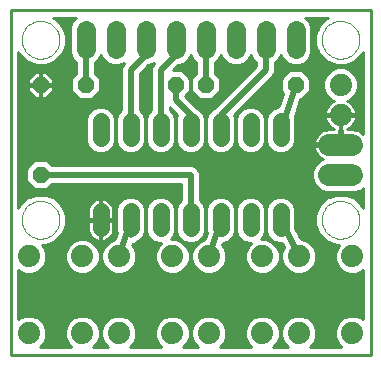
<source format=gtl>
G75*
G70*
%OFA0B0*%
%FSLAX24Y24*%
%IPPOS*%
%LPD*%
%AMOC8*
5,1,8,0,0,1.08239X$1,22.5*
%
%ADD10C,0.0000*%
%ADD11C,0.0100*%
%ADD12C,0.0560*%
%ADD13C,0.0640*%
%ADD14C,0.0740*%
%ADD15OC8,0.0560*%
%ADD16C,0.0740*%
%ADD17C,0.0200*%
D10*
X001146Y004651D02*
X001148Y004701D01*
X001154Y004751D01*
X001164Y004800D01*
X001178Y004848D01*
X001195Y004895D01*
X001216Y004940D01*
X001241Y004984D01*
X001269Y005025D01*
X001301Y005064D01*
X001335Y005101D01*
X001372Y005135D01*
X001412Y005165D01*
X001454Y005192D01*
X001498Y005216D01*
X001544Y005237D01*
X001591Y005253D01*
X001639Y005266D01*
X001689Y005275D01*
X001738Y005280D01*
X001789Y005281D01*
X001839Y005278D01*
X001888Y005271D01*
X001937Y005260D01*
X001985Y005245D01*
X002031Y005227D01*
X002076Y005205D01*
X002119Y005179D01*
X002160Y005150D01*
X002199Y005118D01*
X002235Y005083D01*
X002267Y005045D01*
X002297Y005005D01*
X002324Y004962D01*
X002347Y004918D01*
X002366Y004872D01*
X002382Y004824D01*
X002394Y004775D01*
X002402Y004726D01*
X002406Y004676D01*
X002406Y004626D01*
X002402Y004576D01*
X002394Y004527D01*
X002382Y004478D01*
X002366Y004430D01*
X002347Y004384D01*
X002324Y004340D01*
X002297Y004297D01*
X002267Y004257D01*
X002235Y004219D01*
X002199Y004184D01*
X002160Y004152D01*
X002119Y004123D01*
X002076Y004097D01*
X002031Y004075D01*
X001985Y004057D01*
X001937Y004042D01*
X001888Y004031D01*
X001839Y004024D01*
X001789Y004021D01*
X001738Y004022D01*
X001689Y004027D01*
X001639Y004036D01*
X001591Y004049D01*
X001544Y004065D01*
X001498Y004086D01*
X001454Y004110D01*
X001412Y004137D01*
X001372Y004167D01*
X001335Y004201D01*
X001301Y004238D01*
X001269Y004277D01*
X001241Y004318D01*
X001216Y004362D01*
X001195Y004407D01*
X001178Y004454D01*
X001164Y004502D01*
X001154Y004551D01*
X001148Y004601D01*
X001146Y004651D01*
X001146Y010651D02*
X001148Y010701D01*
X001154Y010751D01*
X001164Y010800D01*
X001178Y010848D01*
X001195Y010895D01*
X001216Y010940D01*
X001241Y010984D01*
X001269Y011025D01*
X001301Y011064D01*
X001335Y011101D01*
X001372Y011135D01*
X001412Y011165D01*
X001454Y011192D01*
X001498Y011216D01*
X001544Y011237D01*
X001591Y011253D01*
X001639Y011266D01*
X001689Y011275D01*
X001738Y011280D01*
X001789Y011281D01*
X001839Y011278D01*
X001888Y011271D01*
X001937Y011260D01*
X001985Y011245D01*
X002031Y011227D01*
X002076Y011205D01*
X002119Y011179D01*
X002160Y011150D01*
X002199Y011118D01*
X002235Y011083D01*
X002267Y011045D01*
X002297Y011005D01*
X002324Y010962D01*
X002347Y010918D01*
X002366Y010872D01*
X002382Y010824D01*
X002394Y010775D01*
X002402Y010726D01*
X002406Y010676D01*
X002406Y010626D01*
X002402Y010576D01*
X002394Y010527D01*
X002382Y010478D01*
X002366Y010430D01*
X002347Y010384D01*
X002324Y010340D01*
X002297Y010297D01*
X002267Y010257D01*
X002235Y010219D01*
X002199Y010184D01*
X002160Y010152D01*
X002119Y010123D01*
X002076Y010097D01*
X002031Y010075D01*
X001985Y010057D01*
X001937Y010042D01*
X001888Y010031D01*
X001839Y010024D01*
X001789Y010021D01*
X001738Y010022D01*
X001689Y010027D01*
X001639Y010036D01*
X001591Y010049D01*
X001544Y010065D01*
X001498Y010086D01*
X001454Y010110D01*
X001412Y010137D01*
X001372Y010167D01*
X001335Y010201D01*
X001301Y010238D01*
X001269Y010277D01*
X001241Y010318D01*
X001216Y010362D01*
X001195Y010407D01*
X001178Y010454D01*
X001164Y010502D01*
X001154Y010551D01*
X001148Y010601D01*
X001146Y010651D01*
X011146Y010651D02*
X011148Y010701D01*
X011154Y010751D01*
X011164Y010800D01*
X011178Y010848D01*
X011195Y010895D01*
X011216Y010940D01*
X011241Y010984D01*
X011269Y011025D01*
X011301Y011064D01*
X011335Y011101D01*
X011372Y011135D01*
X011412Y011165D01*
X011454Y011192D01*
X011498Y011216D01*
X011544Y011237D01*
X011591Y011253D01*
X011639Y011266D01*
X011689Y011275D01*
X011738Y011280D01*
X011789Y011281D01*
X011839Y011278D01*
X011888Y011271D01*
X011937Y011260D01*
X011985Y011245D01*
X012031Y011227D01*
X012076Y011205D01*
X012119Y011179D01*
X012160Y011150D01*
X012199Y011118D01*
X012235Y011083D01*
X012267Y011045D01*
X012297Y011005D01*
X012324Y010962D01*
X012347Y010918D01*
X012366Y010872D01*
X012382Y010824D01*
X012394Y010775D01*
X012402Y010726D01*
X012406Y010676D01*
X012406Y010626D01*
X012402Y010576D01*
X012394Y010527D01*
X012382Y010478D01*
X012366Y010430D01*
X012347Y010384D01*
X012324Y010340D01*
X012297Y010297D01*
X012267Y010257D01*
X012235Y010219D01*
X012199Y010184D01*
X012160Y010152D01*
X012119Y010123D01*
X012076Y010097D01*
X012031Y010075D01*
X011985Y010057D01*
X011937Y010042D01*
X011888Y010031D01*
X011839Y010024D01*
X011789Y010021D01*
X011738Y010022D01*
X011689Y010027D01*
X011639Y010036D01*
X011591Y010049D01*
X011544Y010065D01*
X011498Y010086D01*
X011454Y010110D01*
X011412Y010137D01*
X011372Y010167D01*
X011335Y010201D01*
X011301Y010238D01*
X011269Y010277D01*
X011241Y010318D01*
X011216Y010362D01*
X011195Y010407D01*
X011178Y010454D01*
X011164Y010502D01*
X011154Y010551D01*
X011148Y010601D01*
X011146Y010651D01*
X011146Y004651D02*
X011148Y004701D01*
X011154Y004751D01*
X011164Y004800D01*
X011178Y004848D01*
X011195Y004895D01*
X011216Y004940D01*
X011241Y004984D01*
X011269Y005025D01*
X011301Y005064D01*
X011335Y005101D01*
X011372Y005135D01*
X011412Y005165D01*
X011454Y005192D01*
X011498Y005216D01*
X011544Y005237D01*
X011591Y005253D01*
X011639Y005266D01*
X011689Y005275D01*
X011738Y005280D01*
X011789Y005281D01*
X011839Y005278D01*
X011888Y005271D01*
X011937Y005260D01*
X011985Y005245D01*
X012031Y005227D01*
X012076Y005205D01*
X012119Y005179D01*
X012160Y005150D01*
X012199Y005118D01*
X012235Y005083D01*
X012267Y005045D01*
X012297Y005005D01*
X012324Y004962D01*
X012347Y004918D01*
X012366Y004872D01*
X012382Y004824D01*
X012394Y004775D01*
X012402Y004726D01*
X012406Y004676D01*
X012406Y004626D01*
X012402Y004576D01*
X012394Y004527D01*
X012382Y004478D01*
X012366Y004430D01*
X012347Y004384D01*
X012324Y004340D01*
X012297Y004297D01*
X012267Y004257D01*
X012235Y004219D01*
X012199Y004184D01*
X012160Y004152D01*
X012119Y004123D01*
X012076Y004097D01*
X012031Y004075D01*
X011985Y004057D01*
X011937Y004042D01*
X011888Y004031D01*
X011839Y004024D01*
X011789Y004021D01*
X011738Y004022D01*
X011689Y004027D01*
X011639Y004036D01*
X011591Y004049D01*
X011544Y004065D01*
X011498Y004086D01*
X011454Y004110D01*
X011412Y004137D01*
X011372Y004167D01*
X011335Y004201D01*
X011301Y004238D01*
X011269Y004277D01*
X011241Y004318D01*
X011216Y004362D01*
X011195Y004407D01*
X011178Y004454D01*
X011164Y004502D01*
X011154Y004551D01*
X011148Y004601D01*
X011146Y004651D01*
D11*
X012776Y000151D02*
X000776Y000151D01*
X000776Y011651D01*
X012776Y011651D01*
X012776Y000151D01*
X011806Y000411D02*
X010746Y000411D01*
X010878Y000543D01*
X010966Y000756D01*
X010966Y000987D01*
X010878Y001200D01*
X010715Y001363D01*
X010501Y001451D01*
X010271Y001451D01*
X010058Y001363D01*
X009894Y001200D01*
X009806Y000987D01*
X009806Y000756D01*
X009894Y000543D01*
X010026Y000411D01*
X009526Y000411D01*
X009658Y000543D01*
X009746Y000756D01*
X009746Y000987D01*
X009658Y001200D01*
X009495Y001363D01*
X009281Y001451D01*
X009051Y001451D01*
X008838Y001363D01*
X008674Y001200D01*
X008586Y000987D01*
X008586Y000756D01*
X008674Y000543D01*
X008806Y000411D01*
X007746Y000411D01*
X007878Y000543D01*
X007966Y000756D01*
X007966Y000987D01*
X007878Y001200D01*
X007715Y001363D01*
X007501Y001451D01*
X007271Y001451D01*
X007058Y001363D01*
X006894Y001200D01*
X006806Y000987D01*
X006806Y000756D01*
X006894Y000543D01*
X007026Y000411D01*
X006526Y000411D01*
X006658Y000543D01*
X006746Y000756D01*
X006746Y000987D01*
X006658Y001200D01*
X006495Y001363D01*
X006281Y001451D01*
X006051Y001451D01*
X005838Y001363D01*
X005674Y001200D01*
X005586Y000987D01*
X005586Y000756D01*
X005674Y000543D01*
X005806Y000411D01*
X004746Y000411D01*
X004878Y000543D01*
X004966Y000756D01*
X004966Y000987D01*
X004878Y001200D01*
X004715Y001363D01*
X004501Y001451D01*
X004271Y001451D01*
X004058Y001363D01*
X003894Y001200D01*
X003806Y000987D01*
X003806Y000756D01*
X003894Y000543D01*
X004026Y000411D01*
X003526Y000411D01*
X003658Y000543D01*
X003746Y000756D01*
X003746Y000987D01*
X003658Y001200D01*
X003495Y001363D01*
X003281Y001451D01*
X003051Y001451D01*
X002838Y001363D01*
X002674Y001200D01*
X002586Y000987D01*
X002586Y000756D01*
X002674Y000543D01*
X002806Y000411D01*
X001746Y000411D01*
X001878Y000543D01*
X001966Y000756D01*
X001966Y000987D01*
X001878Y001200D01*
X001715Y001363D01*
X001501Y001451D01*
X001271Y001451D01*
X001058Y001363D01*
X001036Y001341D01*
X001036Y002961D01*
X001058Y002939D01*
X001271Y002851D01*
X001501Y002851D01*
X001715Y002939D01*
X001878Y003103D01*
X001966Y003316D01*
X001966Y003547D01*
X001878Y003760D01*
X001826Y003811D01*
X001943Y003811D01*
X002252Y003939D01*
X002488Y004175D01*
X002616Y004484D01*
X002616Y004818D01*
X002488Y005127D01*
X002252Y005363D01*
X001943Y005491D01*
X001609Y005491D01*
X001300Y005363D01*
X001064Y005127D01*
X001036Y005059D01*
X001036Y010243D01*
X001064Y010175D01*
X001300Y009939D01*
X001609Y009811D01*
X001943Y009811D01*
X002252Y009939D01*
X002488Y010175D01*
X002616Y010484D01*
X002616Y010818D01*
X002488Y011127D01*
X002252Y011363D01*
X002184Y011391D01*
X002947Y011391D01*
X002827Y011271D01*
X002746Y011077D01*
X002746Y010226D01*
X002827Y010031D01*
X002966Y009892D01*
X002966Y009534D01*
X002786Y009354D01*
X002786Y008948D01*
X003073Y008661D01*
X003479Y008661D01*
X003766Y008948D01*
X003766Y009354D01*
X003586Y009534D01*
X003586Y009892D01*
X003725Y010031D01*
X003776Y010153D01*
X003827Y010031D01*
X003976Y009882D01*
X004171Y009801D01*
X004381Y009801D01*
X004563Y009876D01*
X004513Y009827D01*
X004466Y009713D01*
X004466Y009589D01*
X004466Y008314D01*
X004361Y008209D01*
X004286Y008029D01*
X004286Y007274D01*
X004361Y007094D01*
X004498Y006956D01*
X004679Y006881D01*
X004874Y006881D01*
X005054Y006956D01*
X005191Y007094D01*
X005266Y007274D01*
X005266Y008029D01*
X005191Y008209D01*
X005086Y008314D01*
X005086Y009523D01*
X005364Y009801D01*
X005381Y009801D01*
X005563Y009876D01*
X005513Y009827D01*
X005466Y009713D01*
X005466Y009589D01*
X005466Y008314D01*
X005361Y008209D01*
X005286Y008029D01*
X005286Y007274D01*
X005361Y007094D01*
X005498Y006956D01*
X005679Y006881D01*
X005874Y006881D01*
X006054Y006956D01*
X006191Y007094D01*
X006266Y007274D01*
X006266Y008029D01*
X006191Y008209D01*
X006086Y008314D01*
X006086Y008403D01*
X006100Y008388D01*
X006100Y008388D01*
X006337Y008152D01*
X006286Y008029D01*
X006286Y007274D01*
X006361Y007094D01*
X006498Y006956D01*
X006679Y006881D01*
X006874Y006881D01*
X007054Y006956D01*
X007191Y007094D01*
X007266Y007274D01*
X007266Y008029D01*
X007191Y008209D01*
X007054Y008347D01*
X006995Y008371D01*
X006952Y008414D01*
X006952Y008414D01*
X006592Y008774D01*
X006766Y008948D01*
X006766Y009354D01*
X006479Y009641D01*
X006204Y009641D01*
X006364Y009801D01*
X006381Y009801D01*
X006576Y009882D01*
X006725Y010031D01*
X006776Y010153D01*
X006827Y010031D01*
X006966Y009892D01*
X006966Y009534D01*
X006786Y009354D01*
X006786Y008948D01*
X007073Y008661D01*
X007479Y008661D01*
X007766Y008948D01*
X007766Y009354D01*
X007586Y009534D01*
X007586Y009892D01*
X007725Y010031D01*
X007776Y010153D01*
X007827Y010031D01*
X007976Y009882D01*
X008171Y009801D01*
X008381Y009801D01*
X008576Y009882D01*
X008725Y010031D01*
X008776Y010153D01*
X008827Y010031D01*
X008966Y009892D01*
X008966Y009780D01*
X007557Y008371D01*
X007498Y008347D01*
X007361Y008209D01*
X007286Y008029D01*
X007286Y007274D01*
X007361Y007094D01*
X007498Y006956D01*
X007679Y006881D01*
X007874Y006881D01*
X008054Y006956D01*
X008191Y007094D01*
X008266Y007274D01*
X008266Y008029D01*
X008215Y008152D01*
X009452Y009388D01*
X009539Y009476D01*
X009586Y009589D01*
X009586Y009892D01*
X009725Y010031D01*
X009776Y010153D01*
X009827Y010031D01*
X009976Y009882D01*
X010171Y009801D01*
X010381Y009801D01*
X010576Y009882D01*
X010725Y010031D01*
X010806Y010226D01*
X010806Y011077D01*
X010725Y011271D01*
X010606Y011391D01*
X011368Y011391D01*
X011300Y011363D01*
X011064Y011127D01*
X010936Y010818D01*
X010936Y010484D01*
X011064Y010175D01*
X011300Y009939D01*
X011609Y009811D01*
X011943Y009811D01*
X012252Y009939D01*
X012488Y010175D01*
X012516Y010243D01*
X012516Y007516D01*
X012485Y007548D01*
X012419Y007596D01*
X012346Y007633D01*
X012268Y007658D01*
X012187Y007671D01*
X011979Y007671D01*
X012049Y007706D01*
X012115Y007755D01*
X012173Y007812D01*
X012221Y007879D01*
X012258Y007952D01*
X012283Y008029D01*
X012296Y008110D01*
X012296Y008121D01*
X011806Y008121D01*
X011806Y007631D01*
X011817Y007631D01*
X011826Y007633D01*
X011826Y007201D01*
X011726Y007201D01*
X011726Y007101D01*
X010887Y007101D01*
X010899Y007029D01*
X010924Y006952D01*
X010961Y006879D01*
X011009Y006812D01*
X011067Y006755D01*
X011134Y006706D01*
X011177Y006684D01*
X011078Y006643D01*
X010914Y006480D01*
X010826Y006267D01*
X010826Y006036D01*
X010914Y005823D01*
X011078Y005659D01*
X011291Y005571D01*
X012261Y005571D01*
X012475Y005659D01*
X012516Y005701D01*
X012516Y005059D01*
X012488Y005127D01*
X012252Y005363D01*
X011943Y005491D01*
X011609Y005491D01*
X011300Y005363D01*
X011064Y005127D01*
X010936Y004818D01*
X010936Y004484D01*
X011064Y004175D01*
X011300Y003939D01*
X011609Y003811D01*
X011726Y003811D01*
X011674Y003760D01*
X011586Y003547D01*
X011586Y003316D01*
X011674Y003103D01*
X011838Y002939D01*
X012051Y002851D01*
X012281Y002851D01*
X012495Y002939D01*
X012516Y002961D01*
X012516Y001341D01*
X012495Y001363D01*
X012281Y001451D01*
X012051Y001451D01*
X011838Y001363D01*
X011674Y001200D01*
X011586Y000987D01*
X011586Y000756D01*
X011674Y000543D01*
X011806Y000411D01*
X011770Y000447D02*
X010782Y000447D01*
X010879Y000545D02*
X011673Y000545D01*
X011632Y000644D02*
X010920Y000644D01*
X010960Y000742D02*
X011592Y000742D01*
X011586Y000841D02*
X010966Y000841D01*
X010966Y000940D02*
X011586Y000940D01*
X011607Y001038D02*
X010945Y001038D01*
X010904Y001137D02*
X011648Y001137D01*
X011710Y001235D02*
X010842Y001235D01*
X010744Y001334D02*
X011808Y001334D01*
X012005Y001432D02*
X010547Y001432D01*
X010225Y001432D02*
X009327Y001432D01*
X009524Y001334D02*
X010028Y001334D01*
X009930Y001235D02*
X009622Y001235D01*
X009684Y001137D02*
X009868Y001137D01*
X009827Y001038D02*
X009725Y001038D01*
X009746Y000940D02*
X009806Y000940D01*
X009806Y000841D02*
X009746Y000841D01*
X009740Y000742D02*
X009812Y000742D01*
X009852Y000644D02*
X009700Y000644D01*
X009659Y000545D02*
X009893Y000545D01*
X009990Y000447D02*
X009562Y000447D01*
X008770Y000447D02*
X007782Y000447D01*
X007879Y000545D02*
X008673Y000545D01*
X008632Y000644D02*
X007920Y000644D01*
X007960Y000742D02*
X008592Y000742D01*
X008586Y000841D02*
X007966Y000841D01*
X007966Y000940D02*
X008586Y000940D01*
X008607Y001038D02*
X007945Y001038D01*
X007904Y001137D02*
X008648Y001137D01*
X008710Y001235D02*
X007842Y001235D01*
X007744Y001334D02*
X008808Y001334D01*
X009005Y001432D02*
X007547Y001432D01*
X007225Y001432D02*
X006327Y001432D01*
X006524Y001334D02*
X007028Y001334D01*
X006930Y001235D02*
X006622Y001235D01*
X006684Y001137D02*
X006868Y001137D01*
X006827Y001038D02*
X006725Y001038D01*
X006746Y000940D02*
X006806Y000940D01*
X006806Y000841D02*
X006746Y000841D01*
X006740Y000742D02*
X006812Y000742D01*
X006852Y000644D02*
X006700Y000644D01*
X006659Y000545D02*
X006893Y000545D01*
X006990Y000447D02*
X006562Y000447D01*
X005770Y000447D02*
X004782Y000447D01*
X004879Y000545D02*
X005673Y000545D01*
X005632Y000644D02*
X004920Y000644D01*
X004960Y000742D02*
X005592Y000742D01*
X005586Y000841D02*
X004966Y000841D01*
X004966Y000940D02*
X005586Y000940D01*
X005607Y001038D02*
X004945Y001038D01*
X004904Y001137D02*
X005648Y001137D01*
X005710Y001235D02*
X004842Y001235D01*
X004744Y001334D02*
X005808Y001334D01*
X006005Y001432D02*
X004547Y001432D01*
X004225Y001432D02*
X003327Y001432D01*
X003524Y001334D02*
X004028Y001334D01*
X003930Y001235D02*
X003622Y001235D01*
X003684Y001137D02*
X003868Y001137D01*
X003827Y001038D02*
X003725Y001038D01*
X003746Y000940D02*
X003806Y000940D01*
X003806Y000841D02*
X003746Y000841D01*
X003740Y000742D02*
X003812Y000742D01*
X003852Y000644D02*
X003700Y000644D01*
X003659Y000545D02*
X003893Y000545D01*
X003990Y000447D02*
X003562Y000447D01*
X002770Y000447D02*
X001782Y000447D01*
X001879Y000545D02*
X002673Y000545D01*
X002632Y000644D02*
X001920Y000644D01*
X001960Y000742D02*
X002592Y000742D01*
X002586Y000841D02*
X001966Y000841D01*
X001966Y000940D02*
X002586Y000940D01*
X002607Y001038D02*
X001945Y001038D01*
X001904Y001137D02*
X002648Y001137D01*
X002710Y001235D02*
X001842Y001235D01*
X001744Y001334D02*
X002808Y001334D01*
X003005Y001432D02*
X001547Y001432D01*
X001225Y001432D02*
X001036Y001432D01*
X001036Y001531D02*
X012516Y001531D01*
X012516Y001629D02*
X001036Y001629D01*
X001036Y001728D02*
X012516Y001728D01*
X012516Y001826D02*
X001036Y001826D01*
X001036Y001925D02*
X012516Y001925D01*
X012516Y002024D02*
X001036Y002024D01*
X001036Y002122D02*
X012516Y002122D01*
X012516Y002221D02*
X001036Y002221D01*
X001036Y002319D02*
X012516Y002319D01*
X012516Y002418D02*
X001036Y002418D01*
X001036Y002516D02*
X012516Y002516D01*
X012516Y002615D02*
X001036Y002615D01*
X001036Y002713D02*
X012516Y002713D01*
X012516Y002812D02*
X001036Y002812D01*
X001036Y002910D02*
X001128Y002910D01*
X001644Y002910D02*
X002908Y002910D01*
X002838Y002939D02*
X003051Y002851D01*
X003281Y002851D01*
X003495Y002939D01*
X003658Y003103D01*
X003746Y003316D01*
X003746Y003547D01*
X003658Y003760D01*
X003495Y003923D01*
X003281Y004011D01*
X003051Y004011D01*
X002838Y003923D01*
X002674Y003760D01*
X002586Y003547D01*
X002586Y003316D01*
X002674Y003103D01*
X002838Y002939D01*
X002768Y003009D02*
X001784Y003009D01*
X001880Y003107D02*
X002672Y003107D01*
X002632Y003206D02*
X001921Y003206D01*
X001961Y003305D02*
X002591Y003305D01*
X002586Y003403D02*
X001966Y003403D01*
X001966Y003502D02*
X002586Y003502D01*
X002608Y003600D02*
X001944Y003600D01*
X001903Y003699D02*
X002649Y003699D01*
X002712Y003797D02*
X001840Y003797D01*
X002147Y003896D02*
X002811Y003896D01*
X003010Y003994D02*
X002307Y003994D01*
X002406Y004093D02*
X003447Y004093D01*
X003448Y004091D02*
X003496Y004043D01*
X003551Y004003D01*
X003611Y003973D01*
X003675Y003952D01*
X003742Y003941D01*
X003746Y003941D01*
X003746Y004621D01*
X003806Y004621D01*
X003806Y003941D01*
X003810Y003941D01*
X003877Y003952D01*
X003941Y003973D01*
X004001Y004003D01*
X004056Y004043D01*
X004104Y004091D01*
X004144Y004146D01*
X004175Y004206D01*
X004195Y004270D01*
X004206Y004337D01*
X004206Y004621D01*
X003806Y004621D01*
X003806Y004681D01*
X004206Y004681D01*
X004206Y004965D01*
X004195Y005032D01*
X004175Y005096D01*
X004144Y005157D01*
X004104Y005211D01*
X004056Y005259D01*
X004001Y005299D01*
X003941Y005330D01*
X003877Y005351D01*
X003810Y005361D01*
X003806Y005361D01*
X003806Y004681D01*
X003746Y004681D01*
X003746Y004621D01*
X003346Y004621D01*
X003346Y004337D01*
X003357Y004270D01*
X003378Y004206D01*
X003408Y004146D01*
X003448Y004091D01*
X003385Y004191D02*
X002495Y004191D01*
X002536Y004290D02*
X003354Y004290D01*
X003346Y004389D02*
X002576Y004389D01*
X002616Y004487D02*
X003346Y004487D01*
X003346Y004586D02*
X002616Y004586D01*
X002616Y004684D02*
X003346Y004684D01*
X003346Y004681D02*
X003746Y004681D01*
X003746Y005361D01*
X003742Y005361D01*
X003675Y005351D01*
X003611Y005330D01*
X003551Y005299D01*
X003496Y005259D01*
X003448Y005211D01*
X003408Y005157D01*
X003378Y005096D01*
X003357Y005032D01*
X003346Y004965D01*
X003346Y004681D01*
X003346Y004783D02*
X002616Y004783D01*
X002590Y004881D02*
X003346Y004881D01*
X003348Y004980D02*
X002549Y004980D01*
X002508Y005078D02*
X003372Y005078D01*
X003423Y005177D02*
X002438Y005177D01*
X002340Y005275D02*
X003518Y005275D01*
X003746Y005275D02*
X003806Y005275D01*
X003806Y005177D02*
X003746Y005177D01*
X003746Y005078D02*
X003806Y005078D01*
X003806Y004980D02*
X003746Y004980D01*
X003746Y004881D02*
X003806Y004881D01*
X003806Y004783D02*
X003746Y004783D01*
X003746Y004684D02*
X003806Y004684D01*
X003806Y004586D02*
X003746Y004586D01*
X003746Y004487D02*
X003806Y004487D01*
X003806Y004389D02*
X003746Y004389D01*
X003746Y004290D02*
X003806Y004290D01*
X003806Y004191D02*
X003746Y004191D01*
X003746Y004093D02*
X003806Y004093D01*
X003806Y003994D02*
X003746Y003994D01*
X003568Y003994D02*
X003322Y003994D01*
X003522Y003896D02*
X004031Y003896D01*
X004058Y003923D02*
X003894Y003760D01*
X003806Y003547D01*
X003806Y003316D01*
X003894Y003103D01*
X004058Y002939D01*
X004271Y002851D01*
X004501Y002851D01*
X004715Y002939D01*
X004878Y003103D01*
X004966Y003316D01*
X004966Y003547D01*
X004878Y003760D01*
X004831Y003806D01*
X004843Y003844D01*
X004952Y003888D01*
X004995Y003931D01*
X005054Y003956D01*
X005191Y004094D01*
X005266Y004274D01*
X005266Y005029D01*
X005191Y005209D01*
X005054Y005347D01*
X004874Y005421D01*
X004679Y005421D01*
X004498Y005347D01*
X004361Y005209D01*
X004286Y005029D01*
X004286Y004274D01*
X004311Y004214D01*
X004242Y003999D01*
X004058Y003923D01*
X003984Y003994D02*
X004230Y003994D01*
X004272Y004093D02*
X004105Y004093D01*
X004167Y004191D02*
X004304Y004191D01*
X004286Y004290D02*
X004199Y004290D01*
X004206Y004389D02*
X004286Y004389D01*
X004286Y004487D02*
X004206Y004487D01*
X004206Y004586D02*
X004286Y004586D01*
X004286Y004684D02*
X004206Y004684D01*
X004206Y004783D02*
X004286Y004783D01*
X004286Y004881D02*
X004206Y004881D01*
X004204Y004980D02*
X004286Y004980D01*
X004307Y005078D02*
X004180Y005078D01*
X004129Y005177D02*
X004347Y005177D01*
X004427Y005275D02*
X004034Y005275D01*
X004565Y005374D02*
X002226Y005374D01*
X001988Y005473D02*
X006466Y005473D01*
X006466Y005571D02*
X001036Y005571D01*
X001036Y005473D02*
X001564Y005473D01*
X001573Y005661D02*
X001979Y005661D01*
X002159Y005841D01*
X006466Y005841D01*
X006466Y005314D01*
X006361Y005209D01*
X006286Y005029D01*
X006286Y004274D01*
X006361Y004094D01*
X006498Y003956D01*
X006679Y003881D01*
X006874Y003881D01*
X007054Y003956D01*
X007191Y004094D01*
X007266Y004274D01*
X007266Y005029D01*
X007191Y005209D01*
X007086Y005314D01*
X007086Y006213D01*
X007039Y006327D01*
X006952Y006414D01*
X006838Y006461D01*
X006714Y006461D01*
X002159Y006461D01*
X001979Y006641D01*
X001573Y006641D01*
X001286Y006354D01*
X001286Y005948D01*
X001573Y005661D01*
X001565Y005670D02*
X001036Y005670D01*
X001036Y005768D02*
X001466Y005768D01*
X001368Y005867D02*
X001036Y005867D01*
X001036Y005965D02*
X001286Y005965D01*
X001286Y006064D02*
X001036Y006064D01*
X001036Y006162D02*
X001286Y006162D01*
X001286Y006261D02*
X001036Y006261D01*
X001036Y006359D02*
X001291Y006359D01*
X001390Y006458D02*
X001036Y006458D01*
X001036Y006556D02*
X001488Y006556D01*
X001036Y006655D02*
X011107Y006655D01*
X011069Y006754D02*
X001036Y006754D01*
X001036Y006852D02*
X010981Y006852D01*
X010925Y006951D02*
X010041Y006951D01*
X010054Y006956D02*
X010191Y007094D01*
X010266Y007274D01*
X010266Y008029D01*
X010245Y008079D01*
X010439Y008661D01*
X010479Y008661D01*
X010766Y008948D01*
X010766Y009354D01*
X010479Y009641D01*
X010073Y009641D01*
X009786Y009354D01*
X009786Y008948D01*
X009858Y008877D01*
X009706Y008421D01*
X009679Y008421D01*
X009498Y008347D01*
X009361Y008209D01*
X009286Y008029D01*
X009286Y007274D01*
X009361Y007094D01*
X009498Y006956D01*
X009679Y006881D01*
X009874Y006881D01*
X010054Y006956D01*
X010147Y007049D02*
X010896Y007049D01*
X010887Y007201D02*
X011726Y007201D01*
X011726Y007633D01*
X011735Y007631D01*
X011746Y007631D01*
X011746Y008121D01*
X011806Y008121D01*
X011806Y008181D01*
X012296Y008181D01*
X012296Y008192D01*
X012283Y008273D01*
X012258Y008351D01*
X012221Y008424D01*
X012173Y008490D01*
X012115Y008548D01*
X012049Y008596D01*
X012005Y008618D01*
X012105Y008659D01*
X012268Y008823D01*
X012516Y008823D01*
X012516Y008922D02*
X012309Y008922D01*
X012349Y009020D02*
X012516Y009020D01*
X012516Y009119D02*
X012356Y009119D01*
X012356Y009036D02*
X012356Y009267D01*
X012268Y009480D01*
X012105Y009643D01*
X011891Y009731D01*
X011661Y009731D01*
X011448Y009643D01*
X011284Y009480D01*
X011196Y009267D01*
X011196Y009036D01*
X011284Y008823D01*
X010641Y008823D01*
X010739Y008922D02*
X011243Y008922D01*
X011203Y009020D02*
X010766Y009020D01*
X010766Y009119D02*
X011196Y009119D01*
X011196Y009217D02*
X010766Y009217D01*
X010766Y009316D02*
X011216Y009316D01*
X011257Y009414D02*
X010706Y009414D01*
X010607Y009513D02*
X011317Y009513D01*
X011416Y009611D02*
X010509Y009611D01*
X010399Y009808D02*
X012516Y009808D01*
X012516Y009710D02*
X011943Y009710D01*
X012136Y009611D02*
X012516Y009611D01*
X012516Y009513D02*
X012235Y009513D01*
X012295Y009414D02*
X012516Y009414D01*
X012516Y009316D02*
X012336Y009316D01*
X012356Y009217D02*
X012516Y009217D01*
X012356Y009036D02*
X012268Y008823D01*
X012170Y008724D02*
X012516Y008724D01*
X012516Y008626D02*
X012023Y008626D01*
X012135Y008527D02*
X012516Y008527D01*
X012516Y008429D02*
X012217Y008429D01*
X012265Y008330D02*
X012516Y008330D01*
X012516Y008232D02*
X012290Y008232D01*
X012516Y008133D02*
X011806Y008133D01*
X011746Y008133D02*
X010263Y008133D01*
X010264Y008035D02*
X011268Y008035D01*
X011269Y008029D02*
X011294Y007952D01*
X011331Y007879D01*
X011379Y007812D01*
X011437Y007755D01*
X011504Y007706D01*
X011573Y007671D01*
X011365Y007671D01*
X011284Y007658D01*
X011206Y007633D01*
X011134Y007596D01*
X011067Y007548D01*
X011009Y007490D01*
X010961Y007424D01*
X010924Y007351D01*
X010899Y007273D01*
X010887Y007201D01*
X010895Y007246D02*
X010255Y007246D01*
X010266Y007345D02*
X010922Y007345D01*
X010976Y007443D02*
X010266Y007443D01*
X010266Y007542D02*
X011061Y007542D01*
X011229Y007640D02*
X010266Y007640D01*
X010266Y007739D02*
X011459Y007739D01*
X011361Y007838D02*
X010266Y007838D01*
X010266Y007936D02*
X011302Y007936D01*
X011269Y008029D02*
X011256Y008110D01*
X011256Y008121D01*
X011746Y008121D01*
X011746Y008181D01*
X011256Y008181D01*
X011256Y008192D01*
X011269Y008273D01*
X011294Y008351D01*
X011331Y008424D01*
X011379Y008490D01*
X011437Y008548D01*
X011504Y008596D01*
X011547Y008618D01*
X011448Y008659D01*
X011284Y008823D01*
X011383Y008724D02*
X010542Y008724D01*
X010428Y008626D02*
X011529Y008626D01*
X011417Y008527D02*
X010395Y008527D01*
X010362Y008429D02*
X011335Y008429D01*
X011288Y008330D02*
X010329Y008330D01*
X010296Y008232D02*
X011262Y008232D01*
X011746Y008035D02*
X011806Y008035D01*
X011806Y007936D02*
X011746Y007936D01*
X011746Y007838D02*
X011806Y007838D01*
X011806Y007739D02*
X011746Y007739D01*
X011746Y007640D02*
X011806Y007640D01*
X011826Y007542D02*
X011726Y007542D01*
X011726Y007443D02*
X011826Y007443D01*
X011826Y007345D02*
X011726Y007345D01*
X011726Y007246D02*
X011826Y007246D01*
X011726Y007148D02*
X010214Y007148D01*
X009511Y006951D02*
X009041Y006951D01*
X009054Y006956D02*
X008874Y006881D01*
X008679Y006881D01*
X008498Y006956D01*
X008361Y007094D01*
X008286Y007274D01*
X008286Y008029D01*
X008361Y008209D01*
X008498Y008347D01*
X008679Y008421D01*
X008874Y008421D01*
X009054Y008347D01*
X009191Y008209D01*
X009266Y008029D01*
X009266Y007274D01*
X009191Y007094D01*
X009054Y006956D01*
X009147Y007049D02*
X009405Y007049D01*
X009338Y007148D02*
X009214Y007148D01*
X009255Y007246D02*
X009297Y007246D01*
X009286Y007345D02*
X009266Y007345D01*
X009266Y007443D02*
X009286Y007443D01*
X009286Y007542D02*
X009266Y007542D01*
X009266Y007640D02*
X009286Y007640D01*
X009286Y007739D02*
X009266Y007739D01*
X009266Y007838D02*
X009286Y007838D01*
X009286Y007936D02*
X009266Y007936D01*
X009264Y008035D02*
X009289Y008035D01*
X009329Y008133D02*
X009223Y008133D01*
X009168Y008232D02*
X009384Y008232D01*
X009482Y008330D02*
X009070Y008330D01*
X008689Y008626D02*
X009774Y008626D01*
X009741Y008527D02*
X008591Y008527D01*
X008492Y008429D02*
X009709Y008429D01*
X009807Y008724D02*
X008788Y008724D01*
X008886Y008823D02*
X009840Y008823D01*
X009813Y008922D02*
X008985Y008922D01*
X009083Y009020D02*
X009786Y009020D01*
X009786Y009119D02*
X009182Y009119D01*
X009280Y009217D02*
X009786Y009217D01*
X009786Y009316D02*
X009379Y009316D01*
X009478Y009414D02*
X009846Y009414D01*
X009945Y009513D02*
X009554Y009513D01*
X009586Y009611D02*
X010043Y009611D01*
X010153Y009808D02*
X009586Y009808D01*
X009586Y009710D02*
X011609Y009710D01*
X011378Y009907D02*
X010601Y009907D01*
X010700Y010006D02*
X011234Y010006D01*
X011135Y010104D02*
X010756Y010104D01*
X010796Y010203D02*
X011053Y010203D01*
X011012Y010301D02*
X010806Y010301D01*
X010806Y010400D02*
X010971Y010400D01*
X010936Y010498D02*
X010806Y010498D01*
X010806Y010597D02*
X010936Y010597D01*
X010936Y010695D02*
X010806Y010695D01*
X010806Y010794D02*
X010936Y010794D01*
X010967Y010892D02*
X010806Y010892D01*
X010806Y010991D02*
X011008Y010991D01*
X011049Y011089D02*
X010801Y011089D01*
X010760Y011188D02*
X011125Y011188D01*
X011224Y011287D02*
X010710Y011287D01*
X010612Y011385D02*
X011353Y011385D01*
X012499Y010203D02*
X012516Y010203D01*
X012516Y010104D02*
X012417Y010104D01*
X012318Y010006D02*
X012516Y010006D01*
X012516Y009907D02*
X012174Y009907D01*
X012284Y008035D02*
X012516Y008035D01*
X012516Y007936D02*
X012250Y007936D01*
X012191Y007838D02*
X012516Y007838D01*
X012516Y007739D02*
X012093Y007739D01*
X012323Y007640D02*
X012516Y007640D01*
X012516Y007542D02*
X012491Y007542D01*
X010991Y006556D02*
X002064Y006556D01*
X002086Y005768D02*
X006466Y005768D01*
X006466Y005670D02*
X001987Y005670D01*
X001326Y005374D02*
X001036Y005374D01*
X001036Y005275D02*
X001213Y005275D01*
X001114Y005177D02*
X001036Y005177D01*
X001036Y005078D02*
X001044Y005078D01*
X001036Y006951D02*
X003511Y006951D01*
X003498Y006956D02*
X003679Y006881D01*
X003874Y006881D01*
X004054Y006956D01*
X004191Y007094D01*
X004266Y007274D01*
X004266Y008029D01*
X004191Y008209D01*
X004054Y008347D01*
X003874Y008421D01*
X003679Y008421D01*
X003498Y008347D01*
X003361Y008209D01*
X003286Y008029D01*
X003286Y007274D01*
X003361Y007094D01*
X003498Y006956D01*
X003405Y007049D02*
X001036Y007049D01*
X001036Y007148D02*
X003338Y007148D01*
X003297Y007246D02*
X001036Y007246D01*
X001036Y007345D02*
X003286Y007345D01*
X003286Y007443D02*
X001036Y007443D01*
X001036Y007542D02*
X003286Y007542D01*
X003286Y007640D02*
X001036Y007640D01*
X001036Y007739D02*
X003286Y007739D01*
X003286Y007838D02*
X001036Y007838D01*
X001036Y007936D02*
X003286Y007936D01*
X003289Y008035D02*
X001036Y008035D01*
X001036Y008133D02*
X003329Y008133D01*
X003384Y008232D02*
X001036Y008232D01*
X001036Y008330D02*
X003482Y008330D01*
X003542Y008724D02*
X004466Y008724D01*
X004466Y008626D02*
X001036Y008626D01*
X001036Y008724D02*
X001595Y008724D01*
X001598Y008721D02*
X001346Y008973D01*
X001346Y009121D01*
X001746Y009121D01*
X001806Y009121D01*
X001806Y008721D01*
X001954Y008721D01*
X002206Y008973D01*
X002206Y009121D01*
X001806Y009121D01*
X001806Y009181D01*
X002206Y009181D01*
X002206Y009329D01*
X001954Y009581D01*
X001806Y009581D01*
X001806Y009181D01*
X001746Y009181D01*
X001746Y009121D01*
X001746Y008721D01*
X001598Y008721D01*
X001496Y008823D02*
X001036Y008823D01*
X001036Y008922D02*
X001398Y008922D01*
X001346Y009020D02*
X001036Y009020D01*
X001036Y009119D02*
X001346Y009119D01*
X001346Y009181D02*
X001746Y009181D01*
X001746Y009581D01*
X001598Y009581D01*
X001346Y009329D01*
X001346Y009181D01*
X001346Y009217D02*
X001036Y009217D01*
X001036Y009316D02*
X001346Y009316D01*
X001431Y009414D02*
X001036Y009414D01*
X001036Y009513D02*
X001530Y009513D01*
X001746Y009513D02*
X001806Y009513D01*
X001806Y009414D02*
X001746Y009414D01*
X001746Y009316D02*
X001806Y009316D01*
X001806Y009217D02*
X001746Y009217D01*
X001746Y009119D02*
X001806Y009119D01*
X001806Y009020D02*
X001746Y009020D01*
X001746Y008922D02*
X001806Y008922D01*
X001806Y008823D02*
X001746Y008823D01*
X001746Y008724D02*
X001806Y008724D01*
X001957Y008724D02*
X003010Y008724D01*
X002911Y008823D02*
X002056Y008823D01*
X002154Y008922D02*
X002813Y008922D01*
X002786Y009020D02*
X002206Y009020D01*
X002206Y009119D02*
X002786Y009119D01*
X002786Y009217D02*
X002206Y009217D01*
X002206Y009316D02*
X002786Y009316D01*
X002846Y009414D02*
X002121Y009414D01*
X002022Y009513D02*
X002945Y009513D01*
X002966Y009611D02*
X001036Y009611D01*
X001036Y009710D02*
X002966Y009710D01*
X002966Y009808D02*
X001036Y009808D01*
X001036Y009907D02*
X001378Y009907D01*
X001234Y010006D02*
X001036Y010006D01*
X001036Y010104D02*
X001135Y010104D01*
X001053Y010203D02*
X001036Y010203D01*
X002174Y009907D02*
X002951Y009907D01*
X002852Y010006D02*
X002318Y010006D01*
X002417Y010104D02*
X002796Y010104D01*
X002756Y010203D02*
X002499Y010203D01*
X002540Y010301D02*
X002746Y010301D01*
X002746Y010400D02*
X002581Y010400D01*
X002616Y010498D02*
X002746Y010498D01*
X002746Y010597D02*
X002616Y010597D01*
X002616Y010695D02*
X002746Y010695D01*
X002746Y010794D02*
X002616Y010794D01*
X002585Y010892D02*
X002746Y010892D01*
X002746Y010991D02*
X002544Y010991D01*
X002504Y011089D02*
X002751Y011089D01*
X002792Y011188D02*
X002427Y011188D01*
X002328Y011287D02*
X002842Y011287D01*
X002941Y011385D02*
X002199Y011385D01*
X003756Y010104D02*
X003796Y010104D01*
X003852Y010006D02*
X003700Y010006D01*
X003601Y009907D02*
X003951Y009907D01*
X004153Y009808D02*
X003586Y009808D01*
X003586Y009710D02*
X004466Y009710D01*
X004466Y009611D02*
X003586Y009611D01*
X003607Y009513D02*
X004466Y009513D01*
X004466Y009414D02*
X003706Y009414D01*
X003766Y009316D02*
X004466Y009316D01*
X004466Y009217D02*
X003766Y009217D01*
X003766Y009119D02*
X004466Y009119D01*
X004466Y009020D02*
X003766Y009020D01*
X003739Y008922D02*
X004466Y008922D01*
X004466Y008823D02*
X003641Y008823D01*
X004070Y008330D02*
X004466Y008330D01*
X004466Y008429D02*
X001036Y008429D01*
X001036Y008527D02*
X004466Y008527D01*
X004384Y008232D02*
X004168Y008232D01*
X004223Y008133D02*
X004329Y008133D01*
X004289Y008035D02*
X004264Y008035D01*
X004266Y007936D02*
X004286Y007936D01*
X004286Y007838D02*
X004266Y007838D01*
X004266Y007739D02*
X004286Y007739D01*
X004286Y007640D02*
X004266Y007640D01*
X004266Y007542D02*
X004286Y007542D01*
X004286Y007443D02*
X004266Y007443D01*
X004266Y007345D02*
X004286Y007345D01*
X004297Y007246D02*
X004255Y007246D01*
X004214Y007148D02*
X004338Y007148D01*
X004405Y007049D02*
X004147Y007049D01*
X004041Y006951D02*
X004511Y006951D01*
X005041Y006951D02*
X005511Y006951D01*
X005405Y007049D02*
X005147Y007049D01*
X005214Y007148D02*
X005338Y007148D01*
X005297Y007246D02*
X005255Y007246D01*
X005266Y007345D02*
X005286Y007345D01*
X005286Y007443D02*
X005266Y007443D01*
X005266Y007542D02*
X005286Y007542D01*
X005286Y007640D02*
X005266Y007640D01*
X005266Y007739D02*
X005286Y007739D01*
X005286Y007838D02*
X005266Y007838D01*
X005266Y007936D02*
X005286Y007936D01*
X005289Y008035D02*
X005264Y008035D01*
X005223Y008133D02*
X005329Y008133D01*
X005384Y008232D02*
X005168Y008232D01*
X005086Y008330D02*
X005466Y008330D01*
X005466Y008429D02*
X005086Y008429D01*
X005086Y008527D02*
X005466Y008527D01*
X005466Y008626D02*
X005086Y008626D01*
X005086Y008724D02*
X005466Y008724D01*
X005466Y008823D02*
X005086Y008823D01*
X005086Y008922D02*
X005466Y008922D01*
X005466Y009020D02*
X005086Y009020D01*
X005086Y009119D02*
X005466Y009119D01*
X005466Y009217D02*
X005086Y009217D01*
X005086Y009316D02*
X005466Y009316D01*
X005466Y009414D02*
X005086Y009414D01*
X005086Y009513D02*
X005466Y009513D01*
X005466Y009611D02*
X005175Y009611D01*
X005273Y009710D02*
X005466Y009710D01*
X005506Y009808D02*
X005399Y009808D01*
X006273Y009710D02*
X006966Y009710D01*
X006966Y009808D02*
X006399Y009808D01*
X006509Y009611D02*
X006966Y009611D01*
X006945Y009513D02*
X006607Y009513D01*
X006706Y009414D02*
X006846Y009414D01*
X006786Y009316D02*
X006766Y009316D01*
X006766Y009217D02*
X006786Y009217D01*
X006786Y009119D02*
X006766Y009119D01*
X006766Y009020D02*
X006786Y009020D01*
X006813Y008922D02*
X006739Y008922D01*
X006641Y008823D02*
X006911Y008823D01*
X007010Y008724D02*
X006641Y008724D01*
X006740Y008626D02*
X007812Y008626D01*
X007714Y008527D02*
X006838Y008527D01*
X006937Y008429D02*
X007615Y008429D01*
X007482Y008330D02*
X007070Y008330D01*
X007168Y008232D02*
X007384Y008232D01*
X007329Y008133D02*
X007223Y008133D01*
X007264Y008035D02*
X007289Y008035D01*
X007286Y007936D02*
X007266Y007936D01*
X007266Y007838D02*
X007286Y007838D01*
X007286Y007739D02*
X007266Y007739D01*
X007266Y007640D02*
X007286Y007640D01*
X007286Y007542D02*
X007266Y007542D01*
X007266Y007443D02*
X007286Y007443D01*
X007286Y007345D02*
X007266Y007345D01*
X007255Y007246D02*
X007297Y007246D01*
X007338Y007148D02*
X007214Y007148D01*
X007147Y007049D02*
X007405Y007049D01*
X007511Y006951D02*
X007041Y006951D01*
X006511Y006951D02*
X006041Y006951D01*
X006147Y007049D02*
X006405Y007049D01*
X006338Y007148D02*
X006214Y007148D01*
X006255Y007246D02*
X006297Y007246D01*
X006286Y007345D02*
X006266Y007345D01*
X006266Y007443D02*
X006286Y007443D01*
X006286Y007542D02*
X006266Y007542D01*
X006266Y007640D02*
X006286Y007640D01*
X006286Y007739D02*
X006266Y007739D01*
X006266Y007838D02*
X006286Y007838D01*
X006286Y007936D02*
X006266Y007936D01*
X006264Y008035D02*
X006289Y008035D01*
X006329Y008133D02*
X006223Y008133D01*
X006257Y008232D02*
X006168Y008232D01*
X006159Y008330D02*
X006086Y008330D01*
X007542Y008724D02*
X007911Y008724D01*
X008009Y008823D02*
X007641Y008823D01*
X007739Y008922D02*
X008108Y008922D01*
X008207Y009020D02*
X007766Y009020D01*
X007766Y009119D02*
X008305Y009119D01*
X008404Y009217D02*
X007766Y009217D01*
X007766Y009316D02*
X008502Y009316D01*
X008601Y009414D02*
X007706Y009414D01*
X007607Y009513D02*
X008699Y009513D01*
X008798Y009611D02*
X007586Y009611D01*
X007586Y009710D02*
X008896Y009710D01*
X008966Y009808D02*
X008399Y009808D01*
X008153Y009808D02*
X007586Y009808D01*
X007601Y009907D02*
X007951Y009907D01*
X007852Y010006D02*
X007700Y010006D01*
X007756Y010104D02*
X007796Y010104D01*
X008601Y009907D02*
X008951Y009907D01*
X008852Y010006D02*
X008700Y010006D01*
X008756Y010104D02*
X008796Y010104D01*
X009601Y009907D02*
X009951Y009907D01*
X009852Y010006D02*
X009700Y010006D01*
X009756Y010104D02*
X009796Y010104D01*
X008482Y008330D02*
X008394Y008330D01*
X008384Y008232D02*
X008295Y008232D01*
X008329Y008133D02*
X008223Y008133D01*
X008264Y008035D02*
X008289Y008035D01*
X008286Y007936D02*
X008266Y007936D01*
X008266Y007838D02*
X008286Y007838D01*
X008286Y007739D02*
X008266Y007739D01*
X008266Y007640D02*
X008286Y007640D01*
X008286Y007542D02*
X008266Y007542D01*
X008266Y007443D02*
X008286Y007443D01*
X008286Y007345D02*
X008266Y007345D01*
X008255Y007246D02*
X008297Y007246D01*
X008338Y007148D02*
X008214Y007148D01*
X008147Y007049D02*
X008405Y007049D01*
X008511Y006951D02*
X008041Y006951D01*
X007006Y006359D02*
X010865Y006359D01*
X010826Y006261D02*
X007066Y006261D01*
X007086Y006162D02*
X010826Y006162D01*
X010826Y006064D02*
X007086Y006064D01*
X007086Y005965D02*
X010855Y005965D01*
X010896Y005867D02*
X007086Y005867D01*
X007086Y005768D02*
X010969Y005768D01*
X011067Y005670D02*
X007086Y005670D01*
X007086Y005571D02*
X012516Y005571D01*
X012516Y005473D02*
X011988Y005473D01*
X012226Y005374D02*
X012516Y005374D01*
X012516Y005275D02*
X012340Y005275D01*
X012438Y005177D02*
X012516Y005177D01*
X012508Y005078D02*
X012516Y005078D01*
X012485Y005670D02*
X012516Y005670D01*
X011564Y005473D02*
X007086Y005473D01*
X007086Y005374D02*
X007565Y005374D01*
X007498Y005347D02*
X007361Y005209D01*
X007286Y005029D01*
X007286Y004274D01*
X007311Y004214D01*
X007242Y003999D01*
X007058Y003923D01*
X006894Y003760D01*
X006806Y003547D01*
X006806Y003316D01*
X006894Y003103D01*
X007058Y002939D01*
X007271Y002851D01*
X007501Y002851D01*
X007715Y002939D01*
X007878Y003103D01*
X007966Y003316D01*
X007966Y003547D01*
X007878Y003760D01*
X007831Y003806D01*
X007855Y003881D01*
X007874Y003881D01*
X008054Y003956D01*
X008191Y004094D01*
X008266Y004274D01*
X008266Y005029D01*
X008191Y005209D01*
X008054Y005347D01*
X007874Y005421D01*
X007679Y005421D01*
X007498Y005347D01*
X007427Y005275D02*
X007125Y005275D01*
X007205Y005177D02*
X007347Y005177D01*
X007307Y005078D02*
X007245Y005078D01*
X007266Y004980D02*
X007286Y004980D01*
X007286Y004881D02*
X007266Y004881D01*
X007266Y004783D02*
X007286Y004783D01*
X007286Y004684D02*
X007266Y004684D01*
X007266Y004586D02*
X007286Y004586D01*
X007286Y004487D02*
X007266Y004487D01*
X007266Y004389D02*
X007286Y004389D01*
X007286Y004290D02*
X007266Y004290D01*
X007232Y004191D02*
X007304Y004191D01*
X007272Y004093D02*
X007191Y004093D01*
X007230Y003994D02*
X007092Y003994D01*
X007031Y003896D02*
X006909Y003896D01*
X006932Y003797D02*
X006620Y003797D01*
X006658Y003760D02*
X006495Y003923D01*
X006281Y004011D01*
X006109Y004011D01*
X006191Y004094D01*
X006266Y004274D01*
X006266Y005029D01*
X006191Y005209D01*
X006054Y005347D01*
X005874Y005421D01*
X005679Y005421D01*
X005498Y005347D01*
X005361Y005209D01*
X005286Y005029D01*
X005286Y004274D01*
X005361Y004094D01*
X005498Y003956D01*
X005679Y003881D01*
X005796Y003881D01*
X005674Y003760D01*
X005586Y003547D01*
X005586Y003316D01*
X005674Y003103D01*
X005838Y002939D01*
X006051Y002851D01*
X006281Y002851D01*
X006495Y002939D01*
X006658Y003103D01*
X006746Y003316D01*
X006746Y003547D01*
X006658Y003760D01*
X006683Y003699D02*
X006869Y003699D01*
X006828Y003600D02*
X006724Y003600D01*
X006746Y003502D02*
X006806Y003502D01*
X006806Y003403D02*
X006746Y003403D01*
X006741Y003305D02*
X006811Y003305D01*
X006852Y003206D02*
X006701Y003206D01*
X006660Y003107D02*
X006892Y003107D01*
X006988Y003009D02*
X006564Y003009D01*
X006424Y002910D02*
X007128Y002910D01*
X007644Y002910D02*
X008908Y002910D01*
X008838Y002939D02*
X009051Y002851D01*
X009281Y002851D01*
X009495Y002939D01*
X009658Y003103D01*
X009746Y003316D01*
X009746Y003547D01*
X009658Y003760D01*
X009495Y003923D01*
X009281Y004011D01*
X009109Y004011D01*
X009191Y004094D01*
X009266Y004274D01*
X009266Y005029D01*
X009191Y005209D01*
X009054Y005347D01*
X008874Y005421D01*
X008679Y005421D01*
X008498Y005347D01*
X008361Y005209D01*
X008286Y005029D01*
X008286Y004274D01*
X008361Y004094D01*
X008498Y003956D01*
X008679Y003881D01*
X008796Y003881D01*
X008674Y003760D01*
X008586Y003547D01*
X008586Y003316D01*
X008674Y003103D01*
X008838Y002939D01*
X008768Y003009D02*
X007784Y003009D01*
X007880Y003107D02*
X008672Y003107D01*
X008632Y003206D02*
X007921Y003206D01*
X007961Y003305D02*
X008591Y003305D01*
X008586Y003403D02*
X007966Y003403D01*
X007966Y003502D02*
X008586Y003502D01*
X008608Y003600D02*
X007944Y003600D01*
X007903Y003699D02*
X008649Y003699D01*
X008712Y003797D02*
X007840Y003797D01*
X007909Y003896D02*
X008643Y003896D01*
X008460Y003994D02*
X008092Y003994D01*
X008191Y004093D02*
X008361Y004093D01*
X008320Y004191D02*
X008232Y004191D01*
X008266Y004290D02*
X008286Y004290D01*
X008286Y004389D02*
X008266Y004389D01*
X008266Y004487D02*
X008286Y004487D01*
X008286Y004586D02*
X008266Y004586D01*
X008266Y004684D02*
X008286Y004684D01*
X008286Y004783D02*
X008266Y004783D01*
X008266Y004881D02*
X008286Y004881D01*
X008286Y004980D02*
X008266Y004980D01*
X008245Y005078D02*
X008307Y005078D01*
X008347Y005177D02*
X008205Y005177D01*
X008125Y005275D02*
X008427Y005275D01*
X008565Y005374D02*
X007987Y005374D01*
X008987Y005374D02*
X009565Y005374D01*
X009498Y005347D02*
X009361Y005209D01*
X009286Y005029D01*
X009286Y004274D01*
X009361Y004094D01*
X009498Y003956D01*
X009679Y003881D01*
X009814Y003881D01*
X009886Y003739D01*
X009806Y003547D01*
X009806Y003316D01*
X009894Y003103D01*
X010058Y002939D01*
X010271Y002851D01*
X010501Y002851D01*
X010715Y002939D01*
X010878Y003103D01*
X010966Y003316D01*
X010966Y003547D01*
X010878Y003760D01*
X010715Y003923D01*
X010501Y004011D01*
X010443Y004011D01*
X010266Y004364D01*
X010266Y005029D01*
X010191Y005209D01*
X010054Y005347D01*
X009874Y005421D01*
X009679Y005421D01*
X009498Y005347D01*
X009427Y005275D02*
X009125Y005275D01*
X009205Y005177D02*
X009347Y005177D01*
X009307Y005078D02*
X009245Y005078D01*
X009266Y004980D02*
X009286Y004980D01*
X009286Y004881D02*
X009266Y004881D01*
X009266Y004783D02*
X009286Y004783D01*
X009286Y004684D02*
X009266Y004684D01*
X009266Y004586D02*
X009286Y004586D01*
X009286Y004487D02*
X009266Y004487D01*
X009266Y004389D02*
X009286Y004389D01*
X009286Y004290D02*
X009266Y004290D01*
X009232Y004191D02*
X009320Y004191D01*
X009361Y004093D02*
X009191Y004093D01*
X009322Y003994D02*
X009460Y003994D01*
X009522Y003896D02*
X009643Y003896D01*
X009620Y003797D02*
X009856Y003797D01*
X009869Y003699D02*
X009683Y003699D01*
X009724Y003600D02*
X009828Y003600D01*
X009806Y003502D02*
X009746Y003502D01*
X009746Y003403D02*
X009806Y003403D01*
X009811Y003305D02*
X009741Y003305D01*
X009701Y003206D02*
X009852Y003206D01*
X009892Y003107D02*
X009660Y003107D01*
X009564Y003009D02*
X009988Y003009D01*
X010128Y002910D02*
X009424Y002910D01*
X010402Y004093D02*
X011146Y004093D01*
X011057Y004191D02*
X010352Y004191D01*
X010303Y004290D02*
X011017Y004290D01*
X010976Y004389D02*
X010266Y004389D01*
X010266Y004487D02*
X010936Y004487D01*
X010936Y004586D02*
X010266Y004586D01*
X010266Y004684D02*
X010936Y004684D01*
X010936Y004783D02*
X010266Y004783D01*
X010266Y004881D02*
X010962Y004881D01*
X011003Y004980D02*
X010266Y004980D01*
X010245Y005078D02*
X011044Y005078D01*
X011114Y005177D02*
X010205Y005177D01*
X010125Y005275D02*
X011213Y005275D01*
X011326Y005374D02*
X009987Y005374D01*
X010905Y006458D02*
X006845Y006458D01*
X006466Y005374D02*
X005987Y005374D01*
X006125Y005275D02*
X006427Y005275D01*
X006347Y005177D02*
X006205Y005177D01*
X006245Y005078D02*
X006307Y005078D01*
X006286Y004980D02*
X006266Y004980D01*
X006266Y004881D02*
X006286Y004881D01*
X006286Y004783D02*
X006266Y004783D01*
X006266Y004684D02*
X006286Y004684D01*
X006286Y004586D02*
X006266Y004586D01*
X006266Y004487D02*
X006286Y004487D01*
X006286Y004389D02*
X006266Y004389D01*
X006266Y004290D02*
X006286Y004290D01*
X006320Y004191D02*
X006232Y004191D01*
X006191Y004093D02*
X006361Y004093D01*
X006322Y003994D02*
X006460Y003994D01*
X006522Y003896D02*
X006643Y003896D01*
X005712Y003797D02*
X004840Y003797D01*
X004903Y003699D02*
X005649Y003699D01*
X005608Y003600D02*
X004944Y003600D01*
X004966Y003502D02*
X005586Y003502D01*
X005586Y003403D02*
X004966Y003403D01*
X004961Y003305D02*
X005591Y003305D01*
X005632Y003206D02*
X004921Y003206D01*
X004880Y003107D02*
X005672Y003107D01*
X005768Y003009D02*
X004784Y003009D01*
X004644Y002910D02*
X005908Y002910D01*
X005643Y003896D02*
X004959Y003896D01*
X005092Y003994D02*
X005460Y003994D01*
X005361Y004093D02*
X005191Y004093D01*
X005232Y004191D02*
X005320Y004191D01*
X005286Y004290D02*
X005266Y004290D01*
X005266Y004389D02*
X005286Y004389D01*
X005286Y004487D02*
X005266Y004487D01*
X005266Y004586D02*
X005286Y004586D01*
X005286Y004684D02*
X005266Y004684D01*
X005266Y004783D02*
X005286Y004783D01*
X005286Y004881D02*
X005266Y004881D01*
X005266Y004980D02*
X005286Y004980D01*
X005307Y005078D02*
X005245Y005078D01*
X005205Y005177D02*
X005347Y005177D01*
X005427Y005275D02*
X005125Y005275D01*
X004987Y005374D02*
X005565Y005374D01*
X003932Y003797D02*
X003620Y003797D01*
X003683Y003699D02*
X003869Y003699D01*
X003828Y003600D02*
X003724Y003600D01*
X003746Y003502D02*
X003806Y003502D01*
X003806Y003403D02*
X003746Y003403D01*
X003741Y003305D02*
X003811Y003305D01*
X003852Y003206D02*
X003701Y003206D01*
X003660Y003107D02*
X003892Y003107D01*
X003988Y003009D02*
X003564Y003009D01*
X003424Y002910D02*
X004128Y002910D01*
X010542Y003994D02*
X011245Y003994D01*
X011405Y003896D02*
X010742Y003896D01*
X010840Y003797D02*
X011712Y003797D01*
X011649Y003699D02*
X010903Y003699D01*
X010944Y003600D02*
X011608Y003600D01*
X011586Y003502D02*
X010966Y003502D01*
X010966Y003403D02*
X011586Y003403D01*
X011591Y003305D02*
X010961Y003305D01*
X010921Y003206D02*
X011632Y003206D01*
X011672Y003107D02*
X010880Y003107D01*
X010784Y003009D02*
X011768Y003009D01*
X011908Y002910D02*
X010644Y002910D01*
X012327Y001432D02*
X012516Y001432D01*
X012516Y002910D02*
X012424Y002910D01*
X006951Y009907D02*
X006601Y009907D01*
X006700Y010006D02*
X006852Y010006D01*
X006796Y010104D02*
X006756Y010104D01*
X004506Y009808D02*
X004399Y009808D01*
D12*
X004776Y007931D02*
X004776Y007371D01*
X003776Y007371D02*
X003776Y007931D01*
X005776Y007931D02*
X005776Y007371D01*
X006776Y007371D02*
X006776Y007931D01*
X007776Y007931D02*
X007776Y007371D01*
X008776Y007371D02*
X008776Y007931D01*
X009776Y007931D02*
X009776Y007371D01*
X009776Y004931D02*
X009776Y004371D01*
X008776Y004371D02*
X008776Y004931D01*
X007776Y004931D02*
X007776Y004371D01*
X006776Y004371D02*
X006776Y004931D01*
X005776Y004931D02*
X005776Y004371D01*
X004776Y004371D02*
X004776Y004931D01*
X003776Y004931D02*
X003776Y004371D01*
D13*
X003276Y010331D02*
X003276Y010971D01*
X004276Y010971D02*
X004276Y010331D01*
X005276Y010331D02*
X005276Y010971D01*
X006276Y010971D02*
X006276Y010331D01*
X007276Y010331D02*
X007276Y010971D01*
X008276Y010971D02*
X008276Y010331D01*
X009276Y010331D02*
X009276Y010971D01*
X010276Y010971D02*
X010276Y010331D01*
D14*
X011776Y009151D03*
X011776Y008151D03*
X012166Y003431D03*
X010386Y003431D03*
X009166Y003431D03*
X007386Y003431D03*
X006166Y003431D03*
X004386Y003431D03*
X003166Y003431D03*
X001386Y003431D03*
X001386Y000871D03*
X003166Y000871D03*
X004386Y000871D03*
X006166Y000871D03*
X007386Y000871D03*
X009166Y000871D03*
X010386Y000871D03*
X012166Y000871D03*
D15*
X010276Y009151D03*
X007276Y009151D03*
X006276Y009151D03*
X003276Y009151D03*
X001776Y009151D03*
X001776Y006151D03*
D16*
X011406Y006151D02*
X012146Y006151D01*
X012146Y007151D02*
X011406Y007151D01*
D17*
X009776Y007651D02*
X010276Y009151D01*
X009276Y009651D02*
X009276Y010651D01*
X009276Y009651D02*
X007776Y008151D01*
X007776Y007651D01*
X006776Y007651D02*
X006776Y008151D01*
X006276Y008651D01*
X006276Y009151D01*
X005776Y009651D02*
X006276Y010151D01*
X006276Y010651D01*
X005276Y010651D02*
X005276Y010151D01*
X004776Y009651D01*
X004776Y007651D01*
X005776Y007651D02*
X005776Y009651D01*
X007276Y009151D02*
X007276Y010651D01*
X003276Y010651D02*
X003276Y009151D01*
X001776Y006151D02*
X006776Y006151D01*
X006776Y004651D01*
X007776Y004651D02*
X007386Y003431D01*
X009776Y004651D02*
X010386Y003431D01*
X004776Y004151D02*
X004776Y004651D01*
X004386Y003431D01*
M02*

</source>
